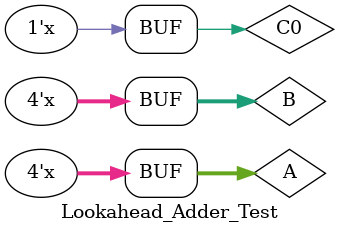
<source format=v>
`timescale 1ns / 1ps

module Lookahead_Adder_Test;
    reg [3:0] A;
    reg [3:0] B;
    reg C0;
    wire [3:0] F;
    wire C4;

    Lookahead_Adder LA(A,B,C0,C4,F);

    initial
        {A,B,C0}=9'b0;
        
	always
	begin
		#50;
		{A,B,C0}={A,B,C0} + 1'b1;
	end
endmodule

</source>
